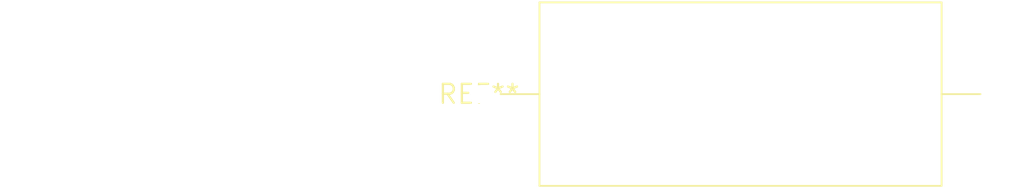
<source format=kicad_pcb>
(kicad_pcb (version 20240108) (generator pcbnew)
  (layers (0 "F.Cu" signal) (31 "B.Cu" signal) (34 "B.Paste" user) (35 "F.Paste" user) (36 "B.SilkS" user "B.Silkscreen") (37 "F.SilkS" user "F.Silkscreen") (38 "B.Mask" user) (39 "F.Mask" user) (44 "Edge.Cuts" user))
  (net 0 "")
  (footprint "L_Axial_L26.7mm_D12.1mm_P35.00mm_Horizontal_Vishay_IHA-103" (layer "F.Cu") (at 0 0)
    (property "Reference" "REF**")
    (property "Value" "L_Axial_L26.7mm_D12.1mm_P35.00mm_Horizontal_Vishay_IHA-103")
    (fp_line (start 1.44 0) (end 4.045 0) (layer "F.SilkS") (stroke (width 0.12)))
    (fp_line (start 4.045 -6.155) (end 4.045 6.155) (layer "F.SilkS") (stroke (width 0.12)))
    (fp_line (start 4.045 6.155) (end 30.955 6.155) (layer "F.SilkS") (stroke (width 0.12)))
    (fp_line (start 30.955 -6.155) (end 4.045 -6.155) (layer "F.SilkS") (stroke (width 0.12)))
    (fp_line (start 30.955 6.155) (end 30.955 -6.155) (layer "F.SilkS") (stroke (width 0.12)))
    (fp_line (start 33.56 0) (end 30.955 0) (layer "F.SilkS") (stroke (width 0.12)))
    (pad "1" thru_hole circle (at 0 0) (size 2.4 2.4) (drill 1.2) (layers *.Cu *.Mask) (remove_unused_layers))
    (pad "2" thru_hole oval (at 35 0) (size 2.4 2.4) (drill 1.2) (layers *.Cu *.Mask) (remove_unused_layers))
  )
)
</source>
